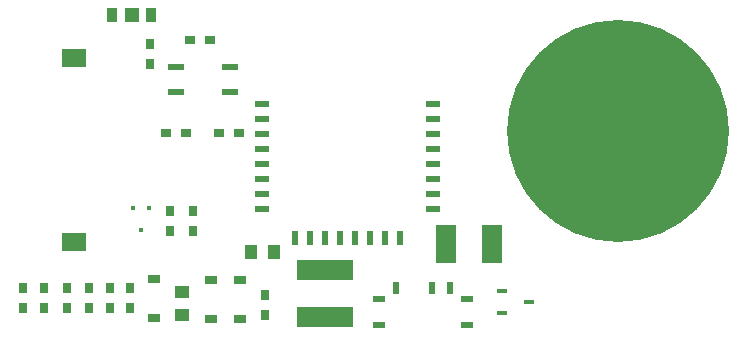
<source format=gbr>
G04 DipTrace 3.2.0.1*
G04 TopPaste.gbr*
%MOIN*%
G04 #@! TF.FileFunction,Paste,Top*
G04 #@! TF.Part,Single*
%AMOUTLINE5*
4,1,4,
-0.025615,-0.009779,
0.025565,-0.009907,
0.025615,0.009779,
-0.025565,0.009907,
-0.025615,-0.009779,
0*%
%ADD61R,0.019685X0.041339*%
%ADD63R,0.03937X0.023622*%
%ADD65R,0.040157X0.028346*%
%ADD67R,0.016614X0.017638*%
%ADD69R,0.07874X0.062992*%
%ADD71R,0.041339X0.003937*%
%ADD73R,0.035433X0.047244*%
%ADD75R,0.051181X0.047244*%
%ADD81C,0.740157*%
%ADD83R,0.051181X0.019685*%
%ADD85R,0.019685X0.051181*%
%ADD87R,0.033465X0.017717*%
%ADD89R,0.188976X0.070866*%
%ADD91R,0.051181X0.043307*%
%ADD93R,0.043307X0.051181*%
%ADD95R,0.066929X0.125984*%
%ADD96R,0.035433X0.031496*%
%ADD98R,0.031496X0.035433*%
%ADD106OUTLINE5*%
%FSLAX26Y26*%
G04*
G70*
G90*
G75*
G01*
G04 TopPaste*
%LPD*%
D98*
X-798354Y278971D3*
Y345900D3*
D96*
X-745210Y49992D3*
X-678281D3*
D95*
X187190Y-321467D3*
X340734D3*
D93*
X-460022Y-348621D3*
X-385219D3*
D98*
X-1072888Y-533421D3*
Y-466492D3*
X-1152707Y-533627D3*
Y-466698D3*
X-1000828Y-533598D3*
Y-466669D3*
X-864114Y-534042D3*
Y-467113D3*
X-1222837Y-534219D3*
Y-467290D3*
X-932310Y-534513D3*
Y-467584D3*
D91*
X-690243Y-556858D3*
Y-482055D3*
D98*
X-416146Y-557782D3*
Y-490853D3*
D89*
X-214062Y-406294D3*
Y-563774D3*
D87*
X376420Y-477345D3*
Y-552148D3*
X466971Y-514747D3*
D96*
X-664227Y358416D3*
X-597298D3*
D98*
X-654951Y-276941D3*
Y-210012D3*
X-732818Y-277647D3*
Y-210718D3*
D96*
X-501415Y48458D3*
X-568344D3*
D85*
X-314675Y-301703D3*
X-264675D3*
X-214675D3*
X-164675D3*
X-114675D3*
X-64675D3*
X-14675D3*
X35325D3*
D83*
X145562Y-204853D3*
Y-154853D3*
Y-104853D3*
Y-54853D3*
Y-4853D3*
Y45147D3*
Y95147D3*
Y145147D3*
X-425304Y-204853D3*
Y-154853D3*
Y-104853D3*
Y-54853D3*
Y-4853D3*
Y45147D3*
Y95147D3*
Y145147D3*
D81*
X761735Y56253D3*
D75*
X-858268Y440945D3*
D73*
X-923228D3*
X-793307D3*
D71*
X-951772Y21260D3*
Y1575D3*
Y-18110D3*
Y-37795D3*
Y-57480D3*
Y-77165D3*
Y-96850D3*
Y-116535D3*
Y-136220D3*
Y-155906D3*
Y-175591D3*
Y-195276D3*
Y-214961D3*
Y-234646D3*
Y40945D3*
Y60630D3*
Y80315D3*
Y100000D3*
Y119685D3*
Y139370D3*
Y159055D3*
Y178740D3*
Y198425D3*
Y218110D3*
D69*
X-1051181Y298819D3*
Y-315354D3*
D106*
X-709566Y269282D3*
X-709778Y184636D3*
X-530432Y268836D3*
X-530644Y184190D3*
D67*
X-827488Y-272825D3*
X-801740Y-202353D3*
X-853236D3*
D65*
X-785051Y-566319D3*
Y-437364D3*
X-499500Y-441608D3*
Y-570563D3*
X-593748Y-441950D3*
Y-570906D3*
D63*
X-35471Y-592493D3*
Y-505879D3*
D61*
X23584Y-467493D3*
X141694D3*
X200749D3*
D63*
X259804Y-505879D3*
Y-592493D3*
M02*

</source>
